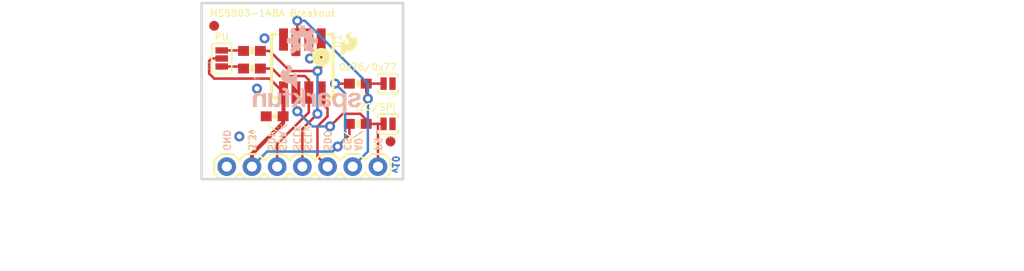
<source format=kicad_pcb>
(kicad_pcb (version 20211014) (generator pcbnew)
  (layers (0 "F.Cu" signal) (31 "B.Cu" signal) (34 "B.Paste" user) (35 "F.Paste" user) (36 "B.SilkS" user "B.Silkscreen") (37 "F.SilkS" user "F.Silkscreen") (38 "B.Mask" user) (39 "F.Mask" user) (44 "Edge.Cuts" user))
  (net 0 "")
  (net 1 "N$1")
  (net 2 "N$2")
  (net 3 "3.3V")
  (net 4 "GND")
  (net 5 "AD/CS")
  (net 6 "PS")
  (net 7 "SDA/SDI")
  (net 8 "SCL/SCLK")
  (net 9 "SDO")
  (footprint "boardEagle:FIDUCIAL-1X2" (layer "F.Cu") (at 157.3911 110.0836)
    (fp_text reference "FID1" hide)
    (fp_text value "FIDUCIAL1X2" hide)
    (pad "1" smd roundrect (at 0 0) (size 1 1) (layers "F.Cu" "F.Mask") (roundrect_rratio 0.5))
  )
  (footprint "boardEagle:1X07" (layer "F.Cu") (at 140.8811 112.6236)
    (fp_text reference "JP1" hide)
    (fp_text value "")
    (fp_line (start -0.635 -1.27) (end -1.27 -0.635) (layer "F.SilkS") (width 0.2032))
    (fp_line (start 14.605 -1.27) (end 13.97 -0.635) (layer "F.SilkS") (width 0.2032))
    (fp_line (start 11.43 0.635) (end 10.795 1.27) (layer "F.SilkS") (width 0.2032))
    (fp_line (start 8.89 0.635) (end 8.255 1.27) (layer "F.SilkS") (width 0.2032))
    (fp_line (start 9.525 -1.27) (end 10.795 -1.27) (layer "F.SilkS") (width 0.2032))
    (fp_line (start -1.27 0.635) (end -0.635 1.27) (layer "F.SilkS") (width 0.2032))
    (fp_line (start 3.81 -0.635) (end 4.445 -1.27) (layer "F.SilkS") (width 0.2032))
    (fp_line (start 0.635 -1.27) (end 1.27 -0.635) (layer "F.SilkS") (width 0.2032))
    (fp_line (start 0.635 1.27) (end -0.635 1.27) (layer "F.SilkS") (width 0.2032))
    (fp_line (start 8.255 1.27) (end 6.985 1.27) (layer "F.SilkS") (width 0.2032))
    (fp_line (start 9.525 1.27) (end 8.89 0.635) (layer "F.SilkS") (width 0.2032))
    (fp_line (start 5.715 1.27) (end 4.445 1.27) (layer "F.SilkS") (width 0.2032))
    (fp_line (start 11.43 -0.635) (end 12.065 -1.27) (layer "F.SilkS") (width 0.2032))
    (fp_line (start 3.175 1.27) (end 1.905 1.27) (layer "F.SilkS") (width 0.2032))
    (fp_line (start 14.605 -1.27) (end 15.875 -1.27) (layer "F.SilkS") (width 0.2032))
    (fp_line (start 3.175 -1.27) (end 3.81 -0.635) (layer "F.SilkS") (width 0.2032))
    (fp_line (start 5.715 -1.27) (end 6.35 -0.635) (layer "F.SilkS") (width 0.2032))
    (fp_line (start 8.255 -1.27) (end 8.89 -0.635) (layer "F.SilkS") (width 0.2032))
    (fp_line (start 3.81 0.635) (end 3.175 1.27) (layer "F.SilkS") (width 0.2032))
    (fp_line (start 13.335 -1.27) (end 13.97 -0.635) (layer "F.SilkS") (width 0.2032))
    (fp_line (start 1.27 -0.635) (end 1.905 -1.27) (layer "F.SilkS") (width 0.2032))
    (fp_line (start 10.795 -1.27) (end 11.43 -0.635) (layer "F.SilkS") (width 0.2032))
    (fp_line (start 4.445 1.27) (end 3.81 0.635) (layer "F.SilkS") (width 0.2032))
    (fp_line (start -0.635 -1.27) (end 0.635 -1.27) (layer "F.SilkS") (width 0.2032))
    (fp_line (start 13.335 1.27) (end 12.065 1.27) (layer "F.SilkS") (width 0.2032))
    (fp_line (start 12.065 -1.27) (end 13.335 -1.27) (layer "F.SilkS") (width 0.2032))
    (fp_line (start 10.795 1.27) (end 9.525 1.27) (layer "F.SilkS") (width 0.2032))
    (fp_line (start 6.35 0.635) (end 6.985 1.27) (layer "F.SilkS") (width 0.2032))
    (fp_line (start 15.875 1.27) (end 14.605 1.27) (layer "F.SilkS") (width 0.2032))
    (fp_line (start 13.97 0.635) (end 13.335 1.27) (layer "F.SilkS") (width 0.2032))
    (fp_line (start 1.905 1.27) (end 1.27 0.635) (layer "F.SilkS") (width 0.2032))
    (fp_line (start 15.875 -1.27) (end 16.51 -0.635) (layer "F.SilkS") (width 0.2032))
    (fp_line (start 6.985 -1.27) (end 6.35 -0.635) (layer "F.SilkS") (width 0.2032))
    (fp_line (start 8.89 -0.635) (end 9.525 -1.27) (layer "F.SilkS") (width 0.2032))
    (fp_line (start -1.27 -0.635) (end -1.27 0.635) (layer "F.SilkS") (width 0.2032))
    (fp_line (start 4.445 -1.27) (end 5.715 -1.27) (layer "F.SilkS") (width 0.2032))
    (fp_line (start 6.985 -1.27) (end 8.255 -1.27) (layer "F.SilkS") (width 0.2032))
    (fp_line (start 1.905 -1.27) (end 3.175 -1.27) (layer "F.SilkS") (width 0.2032))
    (fp_line (start 16.51 -0.635) (end 16.51 0.635) (layer "F.SilkS") (width 0.2032))
    (fp_line (start 16.51 0.635) (end 15.875 1.27) (layer "F.SilkS") (width 0.2032))
    (fp_line (start 12.065 1.27) (end 11.43 0.635) (layer "F.SilkS") (width 0.2032))
    (fp_line (start 6.35 0.635) (end 5.715 1.27) (layer "F.SilkS") (width 0.2032))
    (fp_line (start 13.97 0.635) (end 14.605 1.27) (layer "F.SilkS") (width 0.2032))
    (fp_line (start 1.27 0.635) (end 0.635 1.27) (layer "F.SilkS") (width 0.2032))
    (pad "1" thru_hole circle (at 0 0 90) (size 1.8796 1.8796) (drill 1.016) (layers *.Cu *.Mask) (net 4 "GND"))
    (pad "2" thru_hole circle (at 2.54 0 90) (size 1.8796 1.8796) (drill 1.016) (layers *.Cu *.Mask) (net 3 "3.3V"))
    (pad "3" thru_hole circle (at 5.08 0 90) (size 1.8796 1.8796) (drill 1.016) (layers *.Cu *.Mask) (net 7 "SDA/SDI"))
    (pad "4" thru_hole circle (at 7.62 0 90) (size 1.8796 1.8796) (drill 1.016) (layers *.Cu *.Mask) (net 8 "SCL/SCLK"))
    (pad "5" thru_hole circle (at 10.16 0 90) (size 1.8796 1.8796) (drill 1.016) (layers *.Cu *.Mask) (net 9 "SDO"))
    (pad "6" thru_hole circle (at 12.7 0 90) (size 1.8796 1.8796) (drill 1.016) (layers *.Cu *.Mask) (net 5 "AD/CS"))
    (pad "7" thru_hole circle (at 15.24 0 90) (size 1.8796 1.8796) (drill 1.016) (layers *.Cu *.Mask) (net 6 "PS"))
  )
  (footprint "boardEagle:0603-RES" (layer "F.Cu") (at 154.0891 108.3056 180)
    (fp_text reference "R3" (at -0.889 -0.762 180) (layer "F.SilkS") (effects (font (size 0.373888 0.373888) (thickness 0.032512)) (justify right top)))
    (fp_text value "10K")
    (fp_poly (pts (xy -0.2286 0.381) (xy 0.2286 0.381) (xy 0.2286 -0.381) (xy -0.2286 -0.381)) (layer "F.SilkS") (width 0) (fill solid))
    (pad "1" smd rect (at -0.85 0 180) (size 1.1 1) (layers "F.Cu" "F.Paste" "F.Mask") (net 6 "PS"))
    (pad "2" smd rect (at 0.85 0 180) (size 1.1 1) (layers "F.Cu" "F.Paste" "F.Mask") (net 3 "3.3V"))
  )
  (footprint "boardEagle:0603-RES" (layer "F.Cu") (at 143.4211 102.7176 180)
    (fp_text reference "R2" (at -0.889 -0.762 180) (layer "F.SilkS") (effects (font (size 0.373888 0.373888) (thickness 0.032512)) (justify right top)))
    (fp_text value "2.2k")
    (fp_poly (pts (xy -0.2286 0.381) (xy 0.2286 0.381) (xy 0.2286 -0.381) (xy -0.2286 -0.381)) (layer "F.SilkS") (width 0) (fill solid))
    (pad "1" smd rect (at -0.85 0 180) (size 1.1 1) (layers "F.Cu" "F.Paste" "F.Mask") (net 7 "SDA/SDI"))
    (pad "2" smd rect (at 0.85 0 180) (size 1.1 1) (layers "F.Cu" "F.Paste" "F.Mask") (net 2 "N$2"))
  )
  (footprint "boardEagle:SJ_2S-NO" (layer "F.Cu") (at 157.1371 104.2416 180)
    (fp_text reference "SJ2" (at -0.908 -1.27) (layer "F.SilkS") (effects (font (size 0.376489 0.376489) (thickness 0.029911)) (justify right)))
    (fp_text value "SOLDERJUMPERNO" hide)
    (fp_line (start 0.8 1) (end -0.8 1) (layer "F.SilkS") (width 0.2032))
    (fp_line (start -0.8 -1) (end 0.8 -1) (layer "F.SilkS") (width 0.2032))
    (fp_arc (start 1 0.7) (mid 0.962132 0.891421) (end 0.8 1) (layer "F.SilkS") (width 0.2032))
    (fp_arc (start -1 -0.7) (mid -0.962132 -0.891421) (end -0.8 -1) (layer "F.SilkS") (width 0.2032))
    (fp_arc (start 0.8 -1) (mid 0.962132 -0.891421) (end 1 -0.7) (layer "F.SilkS") (width 0.2032))
    (fp_arc (start -0.8 1) (mid -0.962132 0.891421) (end -1 0.7) (layer "F.SilkS") (width 0.2032))
    (pad "1" smd rect (at -0.45 0 180) (size 0.635 1.27) (layers "F.Cu" "F.Mask") (net 4 "GND"))
    (pad "2" smd rect (at 0.45 0 180) (size 0.635 1.27) (layers "F.Cu" "F.Mask") (net 5 "AD/CS"))
  )
  (footprint "boardEagle:SJ_2S-NO" (layer "F.Cu") (at 157.1371 108.3056 180)
    (fp_text reference "SJ3" (at -0.908 -1.27) (layer "F.SilkS") (effects (font (size 0.376489 0.376489) (thickness 0.029911)) (justify right)))
    (fp_text value "SOLDERJUMPERNO" hide)
    (fp_line (start -0.8 -1) (end 0.8 -1) (layer "F.SilkS") (width 0.2032))
    (fp_line (start 0.8 1) (end -0.8 1) (layer "F.SilkS") (width 0.2032))
    (fp_arc (start 1 0.7) (mid 0.962132 0.891421) (end 0.8 1) (layer "F.SilkS") (width 0.2032))
    (fp_arc (start -1 -0.7) (mid -0.962132 -0.891421) (end -0.8 -1) (layer "F.SilkS") (width 0.2032))
    (fp_arc (start -0.8 1) (mid -0.962132 0.891421) (end -1 0.7) (layer "F.SilkS") (width 0.2032))
    (fp_arc (start 0.8 -1) (mid 0.962132 -0.891421) (end 1 -0.7) (layer "F.SilkS") (width 0.2032))
    (pad "1" smd rect (at -0.45 0 180) (size 0.635 1.27) (layers "F.Cu" "F.Mask") (net 4 "GND"))
    (pad "2" smd rect (at 0.45 0 180) (size 0.635 1.27) (layers "F.Cu" "F.Mask") (net 6 "PS"))
  )
  (footprint "boardEagle:PAD-JUMPER-3-NC_BY_PASTE_YES_SILK_FULL_BOX" (layer "F.Cu") (at 140.3731 101.7016 90)
    (fp_text reference "SJ1" (at -1.27 -1.27 90) (layer "F.SilkS") (effects (font (size 0.373888 0.373888) (thickness 0.032512)) (justify left bottom)))
    (fp_text value "")
    (fp_line (start 1.524 0.762) (end 1.524 -0.762) (layer "F.SilkS") (width 0.1524))
    (fp_line (start -1.27 -1.016) (end 1.27 -1.016) (layer "F.SilkS") (width 0.1524))
    (fp_line (start 1.27 1.016) (end -1.27 1.016) (layer "F.SilkS") (width 0.1524))
    (fp_line (start -1.524 0.762) (end -1.524 -0.762) (layer "F.SilkS") (width 0.1524))
    (fp_arc (start 1.524 0.762) (mid 1.449605 0.941605) (end 1.27 1.016) (layer "F.SilkS") (width 0.1524))
    (fp_arc (start 1.27 -1.016) (mid 1.449605 -0.941605) (end 1.524 -0.762) (layer "F.SilkS") (width 0.1524))
    (fp_arc (start -1.524 -0.762) (mid -1.449605 -0.941605) (end -1.27 -1.016) (layer "F.SilkS") (width 0.1524))
    (fp_arc (start -1.27 1.016) (mid -1.449605 0.941605) (end -1.524 0.762) (layer "F.SilkS") (width 0.1524))
    (pad "1" smd rect (at -0.8128 0 90) (size 0.635 1.27) (layers "F.Cu" "F.Mask") (net 2 "N$2"))
    (pad "2" smd rect (at 0 0 90) (size 0.635 1.27) (layers "F.Cu" "F.Mask") (net 3 "3.3V"))
    (pad "3" smd rect (at 0.8128 0 90) (size 0.635 1.27) (layers "F.Cu" "F.Mask") (net 1 "N$1"))
  )
  (footprint "boardEagle:0603-RES" (layer "F.Cu") (at 154.0891 104.2416 180)
    (fp_text reference "R4" (at -0.889 -0.762 180) (layer "F.SilkS") (effects (font (size 0.373888 0.373888) (thickness 0.032512)) (justify right top)))
    (fp_text value "10K")
    (fp_poly (pts (xy -0.2286 0.381) (xy 0.2286 0.381) (xy 0.2286 -0.381) (xy -0.2286 -0.381)) (layer "F.SilkS") (width 0) (fill solid))
    (pad "1" smd rect (at -0.85 0 180) (size 1.1 1) (layers "F.Cu" "F.Paste" "F.Mask") (net 5 "AD/CS"))
    (pad "2" smd rect (at 0.85 0 180) (size 1.1 1) (layers "F.Cu" "F.Paste" "F.Mask") (net 3 "3.3V"))
  )
  (footprint "boardEagle:FIDUCIAL-1X2" (layer "F.Cu") (at 139.6111 98.3996)
    (fp_text reference "FID2" hide)
    (fp_text value "FIDUCIAL1X2" hide)
    (pad "1" smd roundrect (at 0 0) (size 1 1) (layers "F.Cu" "F.Mask") (roundrect_rratio 0.5))
  )
  (footprint "boardEagle:STAND-OFF-TIGHT" (layer "F.Cu") (at 156.1211 98.6536)
    (fp_text reference "STANDOFF2" hide)
    (fp_text value "STAND-OFFTIGHT" hide)
    (pad "" np_thru_hole circle (at 0 0) (size 3.048 3.048) (drill 3.048) (layers *.Cu *.Mask))
  )
  (footprint "boardEagle:0603-RES" (layer "F.Cu") (at 143.4211 100.9396 180)
    (fp_text reference "R1" (at -0.889 -0.762 180) (layer "F.SilkS") (effects (font (size 0.373888 0.373888) (thickness 0.032512)) (justify right top)))
    (fp_text value "2.2k")
    (fp_poly (pts (xy -0.2286 0.381) (xy 0.2286 0.381) (xy 0.2286 -0.381) (xy -0.2286 -0.381)) (layer "F.SilkS") (width 0) (fill solid))
    (pad "1" smd rect (at -0.85 0 180) (size 1.1 1) (layers "F.Cu" "F.Paste" "F.Mask") (net 8 "SCL/SCLK"))
    (pad "2" smd rect (at 0.85 0 180) (size 1.1 1) (layers "F.Cu" "F.Paste" "F.Mask") (net 1 "N$1"))
  )
  (footprint "boardEagle:MS5803" (layer "F.Cu") (at 148.5011 102.4636 -90)
    (fp_text reference "U1" (at -3.302 -3.556 90) (layer "F.SilkS") (effects (font (size 0.709168 0.709168) (thickness 0.103632)) (justify right)))
    (fp_text value "MS5803-14BA" hide)
    (fp_line (start -3.2 -3.1) (end -3.2 -2.6) (layer "F.SilkS") (width 0.3048))
    (fp_line (start -3.2 -3.1) (end 3.2 -3.1) (layer "F.SilkS") (width 0.3048))
    (fp_line (start 3.2 -3.1) (end 3.2 -2.6) (layer "F.SilkS") (width 0.3048))
    (fp_line (start 3.2 3.1) (end -3.2 3.1) (layer "F.SilkS") (width 0.3048))
    (fp_line (start -3.2 3.1) (end -3.2 2.6) (layer "F.SilkS") (width 0.3048))
    (fp_line (start 3.2 3.1) (end 3.2 2.6) (layer "F.SilkS") (width 0.3048))
    (fp_circle (center -0.889 -1.905) (end -0.762 -1.905) (layer "F.SilkS") (width 0.8128) (fill none))
    (pad "1" smd rect (at -2.675 -1.9) (size 0.9 2.25) (layers "F.Cu" "F.Paste" "F.Mask") (net 8 "SCL/SCLK"))
    (pad "2" smd rect (at -2.675 -0.65) (size 0.9 2.25) (layers "F.Cu" "F.Paste" "F.Mask") (net 4 "GND"))
    (pad "3" smd rect (at -2.4 0.65) (size 0.9 2.8) (layers "F.Cu" "F.Paste" "F.Mask") (net 5 "AD/CS"))
    (pad "4" smd rect (at -2.675 1.9) (size 0.9 2.25) (layers "F.Cu" "F.Paste" "F.Mask"))
    (pad "5" smd rect (at 2.675 1.9) (size 0.9 2.25) (layers "F.Cu" "F.Paste" "F.Mask") (net 3 "3.3V"))
    (pad "6" smd rect (at 2.675 0.65) (size 0.9 2.25) (layers "F.Cu" "F.Paste" "F.Mask") (net 6 "PS"))
    (pad "7" smd rect (at 2.675 -0.65) (size 0.9 2.25) (layers "F.Cu" "F.Paste" "F.Mask") (net 7 "SDA/SDI"))
    (pad "8" smd rect (at 2.675 -1.9) (size 0.9 2.25) (layers "F.Cu" "F.Paste" "F.Mask") (net 9 "SDO"))
  )
  (footprint "boardEagle:SFE_LOGO_FLAME_.1" (layer "F.Cu") (at 152.0571 101.9556)
    (fp_text reference "LOGO1" hide)
    (fp_text value "SFE_LOGO_FLAME.1_INCH" hide)
    (fp_poly (pts (xy 1.4 -2.87) (xy 1.54 -2.8) (xy 1.58 -2.77) (xy 1.59 -2.76) (xy 1.58 -2.76) (xy 1.56 -2.77) (xy 1.5 -2.77) (xy 1.46 -2.76) (xy 1.41 -2.75) (xy 1.37 -2.73) (xy 1.33 -2.7) (xy 1.31 -2.67) (xy 1.3 -2.65) (xy 1.29 -2.62) (xy 1.29 -2.56) (xy 1.3 -2.52) (xy 1.34 -2.46) (xy 1.4 -2.4) (xy 1.44 -2.37) (xy 1.47 -2.35) (xy 1.51 -2.33) (xy 1.59 -2.31) (xy 1.62 -2.31) (xy 1.65 -2.32) (xy 1.68 -2.35) (xy 1.69 -2.37) (xy 1.7 -2.4) (xy 1.7 -2.49) (xy 1.78 -2.44) (xy 1.86 -2.35) (xy 1.93 -2.24) (xy 1.98 -2.09) (xy 2.01 -1.93) (xy 2 -1.76) (xy 1.95 -1.57) (xy 1.85 -1.39) (xy 1.78 -1.3) (xy 1.7 -1.22) (xy 1.62 -1.15) (xy 1.52 -1.09) (xy 1.42 -1.05) (xy 1.31 -1.02) (xy 1.19 -1) (xy 1 -1) (xy 0.94 -0.99) (xy 0.84 -0.93) (xy 0.74 -0.83) (xy 0.62 -0.69) (xy 0.5 -0.57) (xy 0.45 -0.51) (xy 0.4 -0.46) (xy 0.37 -0.41) (xy 0.32 -0.36) (xy 0.32 -1.73) (xy 0.33 -1.81) (xy 0.35 -1.88) (xy 0.41 -1.98) (xy 0.46 -2.02) (xy 0.5 -2.05) (xy 0.55 -2.07) (xy 0.6 -2.08) (xy 0.66 -2.09) (xy 0.78 -2.09) (xy 0.82 -2.07) (xy 0.81 -2.06) (xy 0.77 -2.04) (xy 0.74 -2.03) (xy 0.68 -1.97) (xy 0.67 -1.94) (xy 0.67 -1.9) (xy 0.68 -1.87) (xy 0.7 -1.84) (xy 0.76 -1.78) (xy 0.81 -1.76) (xy 0.86 -1.75) (xy 0.94 -1.75) (xy 1.02 -1.77) (xy 1.08 -1.81) (xy 1.12 -1.86) (xy 1.14 -1.92) (xy 1.14 -1.99) (xy 1.11 -2.07) (xy 1.04 -2.14) (xy 0.96 -2.23) (xy 0.89 -2.31) (xy 0.84 -2.4) (xy 0.82 -2.49) (xy 0.82 -2.57) (xy 0.85 -2.66) (xy 0.9 -2.74) (xy 0.99 -2.81) (xy 1.1 -2.87) (xy 1.21 -2.89) (xy 1.31 -2.89)) (layer "F.SilkS") (width 0) (fill solid))
  )
  (footprint "boardEagle:0603-CAP" (layer "F.Cu") (at 145.7071 107.5436 180)
    (fp_text reference "C1" (at -0.889 -0.762 180) (layer "F.SilkS") (effects (font (size 0.373888 0.373888) (thickness 0.032512)) (justify right top)))
    (fp_text value "0.1uF")
    (fp_line (start 0 -0.0305) (end 0 0.0305) (layer "F.SilkS") (width 0.5588))
    (pad "1" smd rect (at -0.85 0 180) (size 1.1 1) (layers "F.Cu" "F.Paste" "F.Mask") (net 3 "3.3V"))
    (pad "2" smd rect (at 0.85 0 180) (size 1.1 1) (layers "F.Cu" "F.Paste" "F.Mask") (net 4 "GND"))
  )
  (footprint "boardEagle:STAND-OFF-TIGHT" (layer "F.Cu") (at 140.8811 106.2736)
    (fp_text reference "STANDOFF1" hide)
    (fp_text value "STAND-OFFTIGHT" hide)
    (pad "" np_thru_hole circle (at 0 0) (size 3.048 3.048) (drill 3.048) (layers *.Cu *.Mask))
  )
  (footprint "boardEagle:CREATIVE_COMMONS" (layer "F.Cu") (at 138.3411 122.7836)
    (fp_text reference "FRAME1" hide)
    (fp_text value "FRAME-LETTER" hide)
  )
  (footprint "boardEagle:OSHW-LOGO-S" (layer "B.Cu") (at 148.5011 99.9236 180)
    (fp_text reference "LOGO3" hide)
    (fp_text value "OSHW-LOGOS" hide)
    (fp_poly (pts (xy 0.301647 1.061351) (xy 0.42347 1.022344) (xy 0.537177 0.963769) (xy 0.92862 1.282946) (xy 1.282946 0.92862) (xy 0.961035 0.533823) (xy 1.057046 0.302084) (xy 1.5638 0.250561) (xy 1.5638 -0.250561) (xy 1.057046 -0.302084) (xy 0.961035 -0.533823) (xy 1.282946 -0.92862) (xy 0.92862 -1.282946) (xy 0.537177 -0.96377) (xy 0.356601 -1.056794) (xy 0.088679 -0.410073) (xy 0.326262 -0.2176) (xy 0.373649 -0.121468) (xy 0.392729 -0.010339) (xy 0.379464 0.101634) (xy 0.334947 0.205229) (xy 0.262842 0.291918) (xy 0.169087 0.354561) (xy 0.061406 0.387999) (xy -0.051342 0.38948) (xy -0.159868 0.358881) (xy -0.255234 0.298724) (xy -0.329589 0.213962) (xy -0.376813 0.111569) (xy -0.392176 0.005767) (xy -0.322923 -0.222565) (xy -0.249312 -0.303773) (xy 0.091677 -0.5081) (xy -0.12929 -0.5081) (xy -0.355332 -1.053732) (xy -0.506597 -0.983577) (xy -0.538922 -0.965192) (xy -0.92862 -1.282946) (xy -1.282946 -0.92862) (xy -0.961035 -0.533823) (xy -1.057046 -0.302084) (xy -1.5638 -0.250561) (xy -1.5638 0.250561) (xy -1.057046 0.302084) (xy -0.961035 0.533823) (xy -1.282946 0.92862) (xy -0.92862 1.282946) (xy -0.533823 0.961035) (xy -0.302084 1.057046) (xy -0.250561 1.5638) (xy 0.250561 1.5638)) (layer "B.SilkS") (width 0) (fill solid))
  )
  (footprint "boardEagle:SFE_LOGO_NAME_FLAME_.1" (layer "B.Cu") (at 154.8511 107.5436 180)
    (fp_text reference "LOGO2" hide)
    (fp_text value "SFE_LOGO_NAME_FLAME.1_INCH" hide)
    (fp_poly (pts (xy 3.34 1.63) (xy 3.33 1.49) (xy 3.3 1.36) (xy 3.25 1.24) (xy 2.91 1.4) (xy 2.94 1.48) (xy 2.95 1.56) (xy 2.95 1.64)) (layer "B.SilkS") (width 0) (fill solid))
    (fp_poly (pts (xy 5.9 2.38) (xy 5.91 2.38) (xy 5.91 2.02) (xy 5.9 2.02) (xy 5.88 2.03) (xy 5.77 2.03) (xy 5.67 2.02) (xy 5.59 2) (xy 5.52 1.96) (xy 5.47 1.9) (xy 5.43 1.83) (xy 5.41 1.76) (xy 5.39 1.67) (xy 5.39 0.94) (xy 5 0.94) (xy 5 2.29) (xy 5.05 2.3) (xy 5.09 2.31) (xy 5.14 2.31) (xy 5.19 2.32) (xy 5.23 2.33) (xy 5.33 2.35) (xy 5.37 2.36) (xy 5.37 2.09) (xy 5.41 2.16) (xy 5.45 2.21) (xy 5.5 2.27) (xy 5.55 2.31) (xy 5.62 2.35) (xy 5.68 2.37) (xy 5.75 2.39) (xy 5.89 2.39)) (layer "B.SilkS") (width 0) (fill solid))
    (fp_poly (pts (xy 2.85 2.38) (xy 2.99 2.33) (xy 3.1 2.26) (xy 3.19 2.16) (xy 3.26 2.05) (xy 3.3 1.92) (xy 3.33 1.78) (xy 3.34 1.63) (xy 2.95 1.64) (xy 2.95 1.73) (xy 2.94 1.81) (xy 2.91 1.89) (xy 2.88 1.96) (xy 2.83 2.02) (xy 2.77 2.06) (xy 2.7 2.09) (xy 2.61 2.1) (xy 2.53 2.09) (xy 2.45 2.06) (xy 2.4 2.02) (xy 2.35 1.96) (xy 2.32 1.89) (xy 2.29 1.81) (xy 2.28 1.73) (xy 2.28 1.56) (xy 2.32 1.4) (xy 2.35 1.33) (xy 2.4 1.28) (xy 2.46 1.23) (xy 2.53 1.21) (xy 2.62 1.2) (xy 2.7 1.21) (xy 2.78 1.23) (xy 2.84 1.28) (xy 2.88 1.33) (xy 2.91 1.4) (xy 3.25 1.24) (xy 3.19 1.13) (xy 3.1 1.04) (xy 2.99 0.96) (xy 2.87 0.92) (xy 2.72 0.9) (xy 2.54 0.93) (xy 2.48 0.96) (xy 2.38 1.02) (xy 2.3 1.12) (xy 2.29 1.12) (xy 2.29 0.1) (xy 2.2 0.19) (xy 2.05 0.31) (xy 1.96 0.4) (xy 1.91 0.44) (xy 1.91 2.29) (xy 1.95 2.3) (xy 2 2.31) (xy 2.05 2.31) (xy 2.09 2.32) (xy 2.14 2.33) (xy 2.18 2.34) (xy 2.28 2.36) (xy 2.28 2.18) (xy 2.32 2.23) (xy 2.36 2.27) (xy 2.41 2.31) (xy 2.51 2.37) (xy 2.63 2.39) (xy 2.7 2.39)) (layer "B.SilkS") (width 0) (fill solid))
    (fp_poly (pts (xy 1.31 2.37) (xy 1.41 2.34) (xy 1.5 2.3) (xy 1.58 2.24) (xy 1.64 2.16) (xy 1.69 2.06) (xy 1.71 1.94) (xy 1.34 1.94) (xy 1.33 1.99) (xy 1.31 2.04) (xy 1.29 2.07) (xy 1.26 2.09) (xy 1.22 2.11) (xy 1.17 2.13) (xy 1 2.13) (xy 0.97 2.12) (xy 0.93 2.11) (xy 0.9 2.1) (xy 0.86 2.04) (xy 0.86 2) (xy 0.87 1.96) (xy 0.9 1.92) (xy 0.94 1.89) (xy 1 1.86) (xy 1.06 1.84) (xy 1.14 1.83) (xy 1.38 1.77) (xy 1.47 1.75) (xy 1.61 1.67) (xy 1.67 1.62) (xy 1.71 1.56) (xy 1.74 1.49) (xy 1.75 1.4) (xy 1.73 1.27) (xy 1.69 1.16) (xy 1.63 1.08) (xy 1.55 1.01) (xy 1.45 0.96) (xy 1.34 0.93) (xy 1.22 0.91) (xy 1.1 0.9) (xy 0.98 0.91) (xy 0.86 0.93) (xy 0.75 0.96) (xy 0.65 1.01) (xy 0.57 1.08) (xy 0.5 1.17) (xy 0.46 1.27) (xy 0.44 1.4) (xy 0.81 1.4) (xy 0.81 1.34) (xy 0.83 1.29) (xy 0.86 1.25) (xy 0.94 1.19) (xy 1 1.18) (xy 1.05 1.17) (xy 1.11 1.16) (xy 1.15 1.17) (xy 1.19 1.17) (xy 1.23 1.18) (xy 1.27 1.2) (xy 1.31 1.23) (xy 1.34 1.26) (xy 1.36 1.34) (xy 1.35 1.38) (xy 1.33 1.42) (xy 1.29 1.45) (xy 1.24 1.48) (xy 1.18 1.5) (xy 1.02 1.54) (xy 0.92 1.56) (xy 0.83 1.58) (xy 0.75 1.61) (xy 0.68 1.64) (xy 0.61 1.68) (xy 0.55 1.72) (xy 0.51 1.78) (xy 0.48 1.85) (xy 0.47 1.94) (xy 0.48 2.06) (xy 0.52 2.16) (xy 0.59 2.24) (xy 0.66 2.3) (xy 0.76 2.35) (xy 0.86 2.37) (xy 0.97 2.39) (xy 1.2 2.39)) (layer "B.SilkS") (width 0) (fill solid))
    (fp_poly (pts (xy 7.95 5.16) (xy 8.03 5.13) (xy 8.09 5.1) (xy 8.13 5.07) (xy 8.14 5.06) (xy 8.11 5.06) (xy 8.08 5.07) (xy 8.05 5.07) (xy 8.01 5.06) (xy 7.96 5.05) (xy 7.92 5.03) (xy 7.88 5) (xy 7.86 4.97) (xy 7.85 4.94) (xy 7.84 4.92) (xy 7.83 4.89) (xy 7.84 4.86) (xy 7.85 4.82) (xy 7.87 4.79) (xy 7.89 4.75) (xy 7.92 4.72) (xy 7.95 4.7) (xy 7.99 4.67) (xy 8.02 4.65) (xy 8.1 4.61) (xy 8.17 4.61) (xy 8.2 4.62) (xy 8.23 4.64) (xy 8.25 4.7) (xy 8.25 4.78) (xy 8.33 4.74) (xy 8.41 4.65) (xy 8.48 4.53) (xy 8.53 4.39) (xy 8.56 4.23) (xy 8.55 4.05) (xy 8.5 3.87) (xy 8.4 3.69) (xy 8.33 3.6) (xy 8.25 3.52) (xy 8.17 3.45) (xy 8.07 3.39) (xy 7.97 3.35) (xy 7.86 3.32) (xy 7.74 3.3) (xy 7.55 3.3) (xy 7.49 3.29) (xy 7.44 3.26) (xy 7.34 3.18) (xy 7.29 3.12) (xy 7.16 2.99) (xy 7.11 2.92) (xy 7.05 2.86) (xy 7 2.8) (xy 6.95 2.75) (xy 6.92 2.71) (xy 6.89 2.68) (xy 6.87 2.65) (xy 6.86 2.65) (xy 6.86 3.93) (xy 6.88 4.11) (xy 6.9 4.17) (xy 6.93 4.23) (xy 6.96 4.28) (xy 7.01 4.31) (xy 7.05 4.34) (xy 7.15 4.38) (xy 7.21 4.39) (xy 7.29 4.39) (xy 7.33 4.38) (xy 7.35 4.38) (xy 7.37 4.37) (xy 7.36 4.36) (xy 7.32 4.34) (xy 7.29 4.33) (xy 7.25 4.29) (xy 7.23 4.26) (xy 7.22 4.23) (xy 7.22 4.2) (xy 7.23 4.17) (xy 7.25 4.13) (xy 7.28 4.1) (xy 7.31 4.08) (xy 7.36 4.06) (xy 7.41 4.05) (xy 7.49 4.05) (xy 7.57 4.07) (xy 7.63 4.11) (xy 7.67 4.16) (xy 7.69 4.22) (xy 7.69 4.29) (xy 7.66 4.36) (xy 7.59 4.44) (xy 7.51 4.53) (xy 7.44 4.61) (xy 7.39 4.7) (xy 7.37 4.79) (xy 7.37 4.87) (xy 7.4 4.96) (xy 7.45 5.03) (xy 7.54 5.11) (xy 7.65 5.17) (xy 7.76 5.19) (xy 7.86 5.19)) (layer "B.SilkS") (width 0) (fill solid))
    (fp_poly (pts (xy 4.32 2.38) (xy 4.38 2.38) (xy 4.43 2.37) (xy 4.48 2.35) (xy 4.53 2.34) (xy 4.58 2.32) (xy 4.7 2.23) (xy 4.73 2.19) (xy 4.75 2.15) (xy 4.77 2.1) (xy 4.78 2.05) (xy 4.78 1.18) (xy 4.79 1.16) (xy 4.79 1.07) (xy 4.8 1.05) (xy 4.8 1.03) (xy 4.81 1.01) (xy 4.81 0.98) (xy 4.82 0.96) (xy 4.83 0.95) (xy 4.83 0.94) (xy 4.44 0.94) (xy 4.44 0.95) (xy 4.43 0.96) (xy 4.43 0.97) (xy 4.42 0.98) (xy 4.42 1.01) (xy 4.41 1.02) (xy 4.41 1.08) (xy 4.39 1.05) (xy 4.36 1.03) (xy 4.34 1.01) (xy 4.31 0.99) (xy 4.28 0.98) (xy 4.25 0.96) (xy 4.13 0.92) (xy 4.1 0.92) (xy 4.07 0.91) (xy 4.03 0.91) (xy 4 0.9) (xy 3.89 0.9) (xy 3.84 0.91) (xy 3.79 0.91) (xy 3.75 0.92) (xy 3.7 0.94) (xy 3.66 0.96) (xy 3.63 0.98) (xy 3.59 1) (xy 3.56 1.03) (xy 3.54 1.06) (xy 3.51 1.1) (xy 3.49 1.13) (xy 3.48 1.18) (xy 3.46 1.22) (xy 3.46 1.27) (xy 3.45 1.32) (xy 3.47 1.43) (xy 3.5 1.52) (xy 3.54 1.59) (xy 3.61 1.65) (xy 3.68 1.69) (xy 3.76 1.72) (xy 3.84 1.74) (xy 3.93 1.75) (xy 4.01 1.54) (xy 3.98 1.53) (xy 3.96 1.52) (xy 3.95 1.51) (xy 3.91 1.49) (xy 3.9 1.48) (xy 3.88 1.47) (xy 3.85 1.41) (xy 3.85 1.39) (xy 3.84 1.37) (xy 3.84 1.32) (xy 3.85 1.29) (xy 3.85 1.27) (xy 3.86 1.25) (xy 3.87 1.24) (xy 3.88 1.22) (xy 3.9 1.21) (xy 3.91 1.2) (xy 3.95 1.18) (xy 3.97 1.18) (xy 3.99 1.17) (xy 4.01 1.17) (xy 4.03 1.16) (xy 4.08 1.16) (xy 4.13 1.17) (xy 4.18 1.17) (xy 4.22 1.19) (xy 4.26 1.2) (xy 4.29 1.22) (xy 4.31 1.24) (xy 4.33 1.27) (xy 4.35 1.29) (xy 4.37 1.35) (xy 4.38 1.37) (xy 4.39 1.4) (xy 4.39 1.63) (xy 4.37 1.61) (xy 4.35 1.61) (xy 4.31 1.59) (xy 4.29 1.59) (xy 4.27 1.58) (xy 4.23 1.58) (xy 4.18 1.78) (xy 4.25 1.8) (xy 4.31 1.82) (xy 4.36 1.85) (xy 4.39 1.89) (xy 4.39 2) (xy 4.36 2.06) (xy 4.35 2.07) (xy 4.34 2.09) (xy 4.28 2.12) (xy 4.26 2.12) (xy 4.24 2.13) (xy 4.06 2.13) (xy 3.96 2.08) (xy 3.92 2.04) (xy 3.91 2.02) (xy 3.9 1.99) (xy 3.89 1.97) (xy 3.89 1.92) (xy 3.5 1.92) (xy 3.52 2.04) (xy 3.54 2.1) (xy 3.57 2.14) (xy 3.6 2.19) (xy 3.63 2.23) (xy 3.67 2.26) (xy 3.77 2.32) (xy 3.82 2.34) (xy 3.87 2.35) (xy 3.93 2.37) (xy 3.99 2.38) (xy 4.04 2.39) (xy 4.27 2.39)) (layer "B.SilkS") (width 0) (fill solid))
    (fp_poly (pts (xy 10.95 2.38) (xy 11.06 2.35) (xy 11.15 2.3) (xy 11.22 2.23) (xy 11.27 2.15) (xy 11.3 2.05) (xy 11.32 1.94) (xy 11.33 1.81) (xy 11.33 0.94) (xy 10.94 0.94) (xy 10.94 1.74) (xy 10.93 1.82) (xy 10.92 1.89) (xy 10.91 1.95) (xy 10.88 2) (xy 10.85 2.04) (xy 10.8 2.07) (xy 10.75 2.08) (xy 10.69 2.09) (xy 10.61 2.08) (xy 10.55 2.07) (xy 10.5 2.04) (xy 10.46 1.99) (xy 10.43 1.94) (xy 10.4 1.87) (xy 10.39 1.78) (xy 10.39 0.94) (xy 10 0.94) (xy 10 2.36) (xy 10.37 2.36) (xy 10.37 2.16) (xy 10.38 2.16) (xy 10.42 2.22) (xy 10.46 2.26) (xy 10.51 2.3) (xy 10.57 2.34) (xy 10.69 2.38) (xy 10.75 2.39) (xy 10.81 2.39)) (layer "B.SilkS") (width 0) (fill solid))
    (fp_poly (pts (xy 6.45 1.85) (xy 6.94 2.36) (xy 7.4 2.36) (xy 6.87 1.84) (xy 7.46 0.94) (xy 6.99 0.94) (xy 6.6 1.57) (xy 6.45 1.43) (xy 6.45 0.94) (xy 6.06 0.94) (xy 6.06 2.68) (xy 6.45 2.89)) (layer "B.SilkS") (width 0) (fill solid))
    (fp_poly (pts (xy 8.85 1.56) (xy 8.87 1.4) (xy 8.88 1.34) (xy 8.94 1.26) (xy 8.99 1.23) (xy 9.04 1.22) (xy 9.1 1.21) (xy 9.18 1.22) (xy 9.24 1.23) (xy 9.29 1.26) (xy 9.33 1.3) (xy 9.36 1.36) (xy 9.39 1.43) (xy 9.4 1.51) (xy 9.4 2.36) (xy 9.79 2.36) (xy 9.79 0.94) (xy 9.42 0.94) (xy 9.42 1.14) (xy 9.41 1.14) (xy 9.37 1.08) (xy 9.33 1.03) (xy 9.28 0.99) (xy 9.22 0.96) (xy 9.17 0.94) (xy 9.11 0.92) (xy 9.04 0.91) (xy 8.98 0.9) (xy 8.84 0.91) (xy 8.73 0.95) (xy 8.64 1) (xy 8.57 1.06) (xy 8.52 1.15) (xy 8.49 1.25) (xy 8.47 1.36) (xy 8.47 2.36) (xy 8.85 2.36)) (layer "B.SilkS") (width 0) (fill solid))
    (fp_poly (pts (xy 4.23 1.58) (xy 4.21 1.57) (xy 4.19 1.57) (xy 4.16 1.56) (xy 4.12 1.56) (xy 4.09 1.55) (xy 4.05 1.55) (xy 4.03 1.54) (xy 4.01 1.54) (xy 3.93 1.75) (xy 4.11 1.77) (xy 4.18 1.78)) (layer "B.SilkS") (width 0) (fill solid))
    (fp_poly (pts (xy 8.37 2.88) (xy 8.37 2.6) (xy 8.2 2.6) (xy 8.16 2.59) (xy 8.12 2.57) (xy 8.1 2.54) (xy 8.09 2.52) (xy 8.09 2.48) (xy 8.08 2.44) (xy 8.08 2.36) (xy 8.35 2.36) (xy 8.35 2.1) (xy 8.08 2.1) (xy 8.08 0.94) (xy 7.7 0.94) (xy 7.7 2.1) (xy 7.31 2.1) (xy 7.35 2.13) (xy 7.51 2.29) (xy 7.55 2.32) (xy 7.58 2.36) (xy 7.7 2.36) (xy 7.7 2.56) (xy 7.73 2.64) (xy 7.76 2.71) (xy 7.81 2.77) (xy 7.88 2.82) (xy 7.96 2.86) (xy 8.06 2.89) (xy 8.35 2.89)) (layer "B.SilkS") (width 0) (fill solid))
  )
  (gr_line (start 158.6611 113.8936) (end 158.6611 96.1136) (layer "Edge.Cuts") (width 0.254))
  (gr_line (start 138.3411 96.1136) (end 138.3411 113.8936) (layer "Edge.Cuts") (width 0.254))
  (gr_line (start 158.6611 96.1136) (end 138.3411 96.1136) (layer "Edge.Cuts") (width 0.254))
  (gr_line (start 138.3411 113.8936) (end 158.6611 113.8936) (layer "Edge.Cuts") (width 0.254))
  (gr_text "v10" (at 157.8991 113.3856 -90) (layer "B.Cu") (effects (font (size 0.65024 0.65024) (thickness 0.16256)) (justify left mirror)))
  (gr_text "AD/\nCS" (at 153.5811 111.0996 -90) (layer "B.SilkS") (effects (font (size 0.69088 0.69088) (thickness 0.12192)) (justify left mirror)))
  (gr_text "SDO" (at 151.0411 111.0996 -90) (layer "B.SilkS") (effects (font (size 0.69088 0.69088) (thickness 0.12192)) (justify left mirror)))
  (gr_text "SDA/\nSDI" (at 145.9611 111.0996 -90) (layer "B.SilkS") (effects (font (size 0.69088 0.69088) (thickness 0.12192)) (justify left mirror)))
  (gr_text "SCL/\nSCLK" (at 148.5011 111.0996 -90) (layer "B.SilkS") (effects (font (size 0.69088 0.69088) (thickness 0.12192)) (justify left mirror)))
  (gr_text "3.3v" (at 143.4211 111.0996 -90) (layer "B.SilkS") (effects (font (size 0.69088 0.69088) (thickness 0.12192)) (justify left mirror)))
  (gr_text "PS" (at 156.1211 111.0996 -90) (layer "B.SilkS") (effects (font (size 0.69088 0.69088) (thickness 0.12192)) (justify left mirror)))
  (gr_text "GND" (at 140.8811 111.0996 -90) (layer "B.SilkS") (effects (font (size 0.69088 0.69088) (thickness 0.12192)) (justify left mirror)))
  (gr_text "SDA/\nSDI" (at 145.9611 111.0996 90) (layer "F.SilkS") (effects (font (size 0.69088 0.69088) (thickness 0.12192)) (justify left)))
  (gr_text "3.3v" (at 143.4211 111.0996 90) (layer "F.SilkS") (effects (font (size 0.69088 0.69088) (thickness 0.12192)) (justify left)))
  (gr_text "PU" (at 140.3731 99.9236) (layer "F.SilkS") (effects (font (size 0.69088 0.69088) (thickness 0.12192)) (justify bottom)))
  (gr_text "SDO" (at 151.0411 111.0996 90) (layer "F.SilkS") (effects (font (size 0.69088 0.69088) (thickness 0.12192)) (justify left)))
  (gr_text "GND" (at 140.8811 111.0996 90) (layer "F.SilkS") (effects (font (size 0.69088 0.69088) (thickness 0.12192)) (justify left)))
  (gr_text "MS5803-14BA Breakout" (at 139.1031 97.1296) (layer "F.SilkS") (effects (font (size 0.69088 0.69088) (thickness 0.12192)) (justify left)))
  (gr_text "SCL/\nSCLK" (at 148.5011 111.0996 90) (layer "F.SilkS") (effects (font (size 0.69088 0.69088) (thickness 0.12192)) (justify left)))
  (gr_text "0x76/0x77" (at 155.1051 102.9716) (layer "F.SilkS") (effects (font (size 0.69088 0.69088) (thickness 0.12192)) (justify bottom)))
  (gr_text "I2C/SPI" (at 155.8671 107.0356) (layer "F.SilkS") (effects (font (size 0.69088 0.69088) (thickness 0.12192)) (justify bottom)))
  (gr_text "AD/\nCS" (at 153.5811 111.0996 90) (layer "F.SilkS") (effects (font (size 0.69088 0.69088) (thickness 0.12192)) (justify left)))
  (gr_text "PS" (at 156.1211 111.0996 90) (layer "F.SilkS") (effects (font (size 0.69088 0.69088) (thickness 0.12192)) (justify left)))
  (segment (start 142.5203 100.8888) (end 142.5711 100.9396) (width 0.254) (layer "F.Cu") (net 1))
  (segment (start 140.3731 100.8888) (end 142.5203 100.8888) (width 0.254) (layer "F.Cu") (net 1))
  (segment (start 142.3679 102.5144) (end 142.5711 102.7176) (width 0.254) (layer "F.Cu") (net 2))
  (segment (start 140.3731 102.5144) (end 142.3679 102.5144) (width 0.254) (layer "F.Cu") (net 2))
  (segment (start 139.1031 103.2256) (end 139.6111 103.7336) (width 0.254) (layer "F.Cu") (net 3))
  (segment (start 143.4211 111.3536) (end 143.4211 112.6236) (width 0.4064) (layer "F.Cu") (net 3))
  (segment (start 152.0571 110.5916) (end 153.2391 109.4096) (width 0.254) (layer "F.Cu") (net 3))
  (segment (start 139.6111 103.7336) (end 145.1961 103.7336) (width 0.254) (layer "F.Cu") (net 3))
  (segment (start 140.3731 101.7016) (end 139.3571 101.7016) (width 0.254) (layer "F.Cu") (net 3))
  (segment (start 153.2391 104.2416) (end 151.8031 104.2416) (width 0.254) (layer "F.Cu") (net 3))
  (segment (start 139.3571 101.7016) (end 139.1031 101.9556) (width 0.254) (layer "F.Cu") (net 3))
  (segment (start 146.5571 107.5436) (end 146.5571 108.2176) (width 0.4064) (layer "F.Cu") (net 3))
  (segment (start 145.1961 103.7336) (end 146.6011 105.1386) (width 0.254) (layer "F.Cu") (net 3))
  (segment (start 139.1031 101.9556) (end 139.1031 103.2256) (width 0.254) (layer "F.Cu") (net 3))
  (segment (start 153.2391 109.4096) (end 153.2391 108.3056) (width 0.254) (layer "F.Cu") (net 3))
  (segment (start 146.6011 107.4996) (end 146.5571 107.5436) (width 0.4064) (layer "F.Cu") (net 3))
  (segment (start 146.5571 108.2176) (end 143.4211 111.3536) (width 0.4064) (layer "F.Cu") (net 3))
  (segment (start 153.2391 108.3056) (end 153.2391 108.3936) (width 0.254) (layer "F.Cu") (net 3))
  (segment (start 146.6011 105.1386) (end 146.6011 107.4996) (width 0.4064) (layer "F.Cu") (net 3))
  (via (at 151.8031 104.2416) (size 1.016) (drill 0.508) (layers "F.Cu" "B.Cu") (net 3))
  (via (at 152.0571 110.5916) (size 1.016) (drill 0.508) (layers "F.Cu" "B.Cu") (net 3))
  (segment (start 152.0571 110.5916) (end 152.8191 109.8296) (width 0.254) (layer "B.Cu") (net 3))
  (segment (start 152.8191 109.8296) (end 152.8191 105.2576) (width 0.254) (layer "B.Cu") (net 3))
  (segment (start 152.8191 105.2576) (end 151.8031 104.2416) (width 0.254) (layer "B.Cu") (net 3))
  (segment (start 151.5491 111.0996) (end 152.0571 110.5916) (width 0.254) (layer "B.Cu") (net 3))
  (segment (start 144.9451 111.0996) (end 143.4211 112.6236) (width 0.254) (layer "B.Cu") (net 3))
  (segment (start 151.5491 111.0996) (end 144.9451 111.0996) (width 0.254) (layer "B.Cu") (net 3))
  (via (at 144.6911 99.6696) (size 1.016) (drill 0.508) (layers "F.Cu" "B.Cu") (net 4))
  (via (at 149.2631 101.7016) (size 1.016) (drill 0.508) (layers "F.Cu" "B.Cu") (net 4))
  (via (at 143.9291 104.7496) (size 1.016) (drill 0.508) (layers "F.Cu" "B.Cu") (net 4))
  (via (at 142.1511 109.5756) (size 1.016) (drill 0.508) (layers "F.Cu" "B.Cu") (net 4))
  (segment (start 147.9931 99.9216) (end 147.9931 97.8916) (width 0.254) (layer "F.Cu") (net 5))
  (segment (start 154.9391 105.5996) (end 154.9391 104.2416) (width 0.254) (layer "F.Cu") (net 5))
  (segment (start 147.8511 100.0636) (end 147.9931 99.9216) (width 0.254) (layer "F.Cu") (net 5))
  (segment (start 156.6871 104.2416) (end 154.9391 104.2416) (width 0.254) (layer "F.Cu") (net 5))
  (segment (start 155.1051 105.7656) (end 154.9391 105.5996) (width 0.254) (layer "F.Cu") (net 5))
  (via (at 155.1051 105.7656) (size 1.016) (drill 0.508) (layers "F.Cu" "B.Cu") (net 5))
  (via (at 147.9931 97.8916) (size 1.016) (drill 0.508) (layers "F.Cu" "B.Cu") (net 5))
  (segment (start 155.1051 104.2416) (end 148.7551 97.8916) (width 0.254) (layer "B.Cu") (net 5))
  (segment (start 148.7551 97.8916) (end 147.9931 97.8916) (width 0.254) (layer "B.Cu") (net 5))
  (segment (start 155.1051 105.7656) (end 155.1051 104.2416) (width 0.254) (layer "B.Cu") (net 5))
  (segment (start 155.1051 111.0996) (end 155.1051 105.7656) (width 0.254) (layer "B.Cu") (net 5))
  (segment (start 153.5811 112.6236) (end 155.1051 111.0996) (width 0.254) (layer "B.Cu") (net 5))
  (segment (start 154.3431 107.2896) (end 154.9391 107.8856) (width 0.254) (layer "F.Cu") (net 6))
  (segment (start 154.9391 107.8856) (end 154.9391 108.3056) (width 0.254) (layer "F.Cu") (net 6))
  (segment (start 151.2951 108.5596) (end 152.5651 107.2896) (width 0.254) (layer "F.Cu") (net 6))
  (segment (start 152.5651 107.2896) (end 154.3431 107.2896) (width 0.254) (layer "F.Cu") (net 6))
  (segment (start 156.1211 112.6236) (end 156.1211 108.3056) (width 0.254) (layer "F.Cu") (net 6))
  (segment (start 147.8511 105.1386) (end 147.8511 106.8936) (width 0.254) (layer "F.Cu") (net 6))
  (segment (start 156.6871 108.3056) (end 156.1211 108.3056) (width 0.254) (layer "F.Cu") (net 6))
  (segment (start 156.1211 108.3056) (end 154.9391 108.3056) (width 0.254) (layer "F.Cu") (net 6))
  (segment (start 147.8511 106.8936) (end 147.9931 107.0356) (width 0.254) (layer "F.Cu") (net 6))
  (via (at 147.9931 107.0356) (size 1.016) (drill 0.508) (layers "F.Cu" "B.Cu") (net 6))
  (via (at 151.2951 108.5596) (size 1.016) (drill 0.508) (layers "F.Cu" "B.Cu") (net 6))
  (segment (start 147.9931 107.0356) (end 149.5171 108.5596) (width 0.254) (layer "B.Cu") (net 6))
  (segment (start 149.5171 108.5596) (end 151.2951 108.5596) (width 0.254) (layer "B.Cu") (net 6))
  (segment (start 144.2711 102.7176) (end 145.4531 102.7176) (width 0.254) (layer "F.Cu") (net 7))
  (segment (start 148.7551 103.4796) (end 149.1511 103.8756) (width 0.254) (layer "F.Cu") (net 7))
  (segment (start 149.1511 105.1386) (end 149.1511 107.1476) (width 0.254) (layer "F.Cu") (net 7))
  (segment (start 149.1511 105.1386) (end 149.1511 103.8756) (width 0.254) (layer "F.Cu") (net 7))
  (segment (start 149.1511 107.1476) (end 145.9611 110.3376) (width 0.254) (layer "F.Cu") (net 7))
  (segment (start 145.4531 102.7176) (end 146.2151 103.4796) (width 0.254) (layer "F.Cu") (net 7))
  (segment (start 146.2151 103.4796) (end 148.7551 103.4796) (width 0.254) (layer "F.Cu") (net 7))
  (segment (start 145.9611 110.3376) (end 145.9611 112.6236) (width 0.254) (layer "F.Cu") (net 7))
  (segment (start 150.4011 99.7886) (end 150.4011 102.5956) (width 0.254) (layer "F.Cu") (net 8))
  (segment (start 144.2711 100.9396) (end 145.1991 100.9396) (width 0.254) (layer "F.Cu") (net 8))
  (segment (start 148.5011 108.8136) (end 150.0251 107.2896) (width 0.254) (layer "F.Cu") (net 8))
  (segment (start 145.1991 100.9396) (end 147.2311 102.9716) (width 0.254) (layer "F.Cu") (net 8))
  (segment (start 150.0251 102.9716) (end 150.4011 102.5956) (width 0.254) (layer "F.Cu") (net 8))
  (segment (start 148.5011 112.6236) (end 148.5011 108.8136) (width 0.254) (layer "F.Cu") (net 8))
  (segment (start 147.2311 102.9716) (end 150.0251 102.9716) (width 0.254) (layer "F.Cu") (net 8))
  (via (at 150.0251 102.9716) (size 1.016) (drill 0.508) (layers "F.Cu" "B.Cu") (net 8))
  (via (at 150.0251 107.2896) (size 1.016) (drill 0.508) (layers "F.Cu" "B.Cu") (net 8))
  (segment (start 150.0251 107.2896) (end 150.0251 102.9716) (width 0.254) (layer "B.Cu") (net 8))
  (segment (start 150.0251 108.5596) (end 150.0251 111.6076) (width 0.254) (layer "F.Cu") (net 9))
  (segment (start 150.5331 105.2706) (end 150.5331 106.2736) (width 0.254) (layer "F.Cu") (net 9))
  (segment (start 151.0411 106.7816) (end 151.0411 107.5436) (width 0.254) (layer "F.Cu") (net 9))
  (segment (start 150.5331 106.2736) (end 151.0411 106.7816) (width 0.254) (layer "F.Cu") (net 9))
  (segment (start 150.4011 105.1386) (end 150.5331 105.2706) (width 0.254) (layer "F.Cu") (net 9))
  (segment (start 151.0411 107.5436) (end 150.0251 108.5596) (width 0.254) (layer "F.Cu") (net 9))
  (segment (start 150.0251 111.6076) (end 151.0411 112.6236) (width 0.254) (layer "F.Cu") (net 9))
)
</source>
